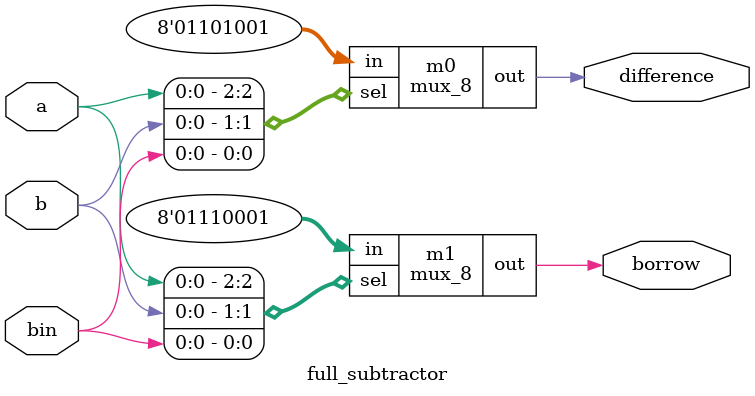
<source format=v>

/*
Truth Table
a,b,bin:diff,borrow
0,0,0  : 0  , 0
0,0,1  : 1  , 1
0,1,0  : 1  , 1
0,1,1  : 0  , 1
1,0,0  : 1  , 0
1,0,1  : 0  , 0
1,1,0  : 0  , 0
1,1,1  : 1  , 1

*/
module mux_8(output out,
             input [7:0] in,
             input [2:0] sel);

assign out = in[sel];
endmodule

module full_subtractor(output difference, borrow,
                       input a, b, bin);

mux_8 m0(difference,{1'b0,1'b1,1'b1,1'b0,1'b1,1'b0,1'b0,1'b1},{a,b,bin});
mux_8 m1(borrow,{1'b0,1'b1,1'b1,1'b1,1'b0,1'b0,1'b0,1'b1},{a,b,bin});

endmodule
</source>
